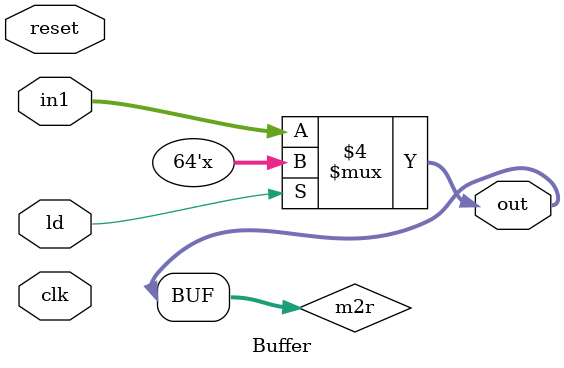
<source format=v>
`timescale 1ns / 1ps

module Buffer(in1,
              out,
              clk,
              ld,
              reset
    );
    input [63:0] in1;
    input ld;
    input clk,reset;
    output [63:0] out;
    reg [63:0] m2r;
    always@(*)
    begin
    if(!ld)
        m2r = in1;
    
    end
    
//    Reg_Speck rs (.din(m2r),.dout(out),.clk(clk),.reset(reset));
    assign out = m2r;    
endmodule

</source>
